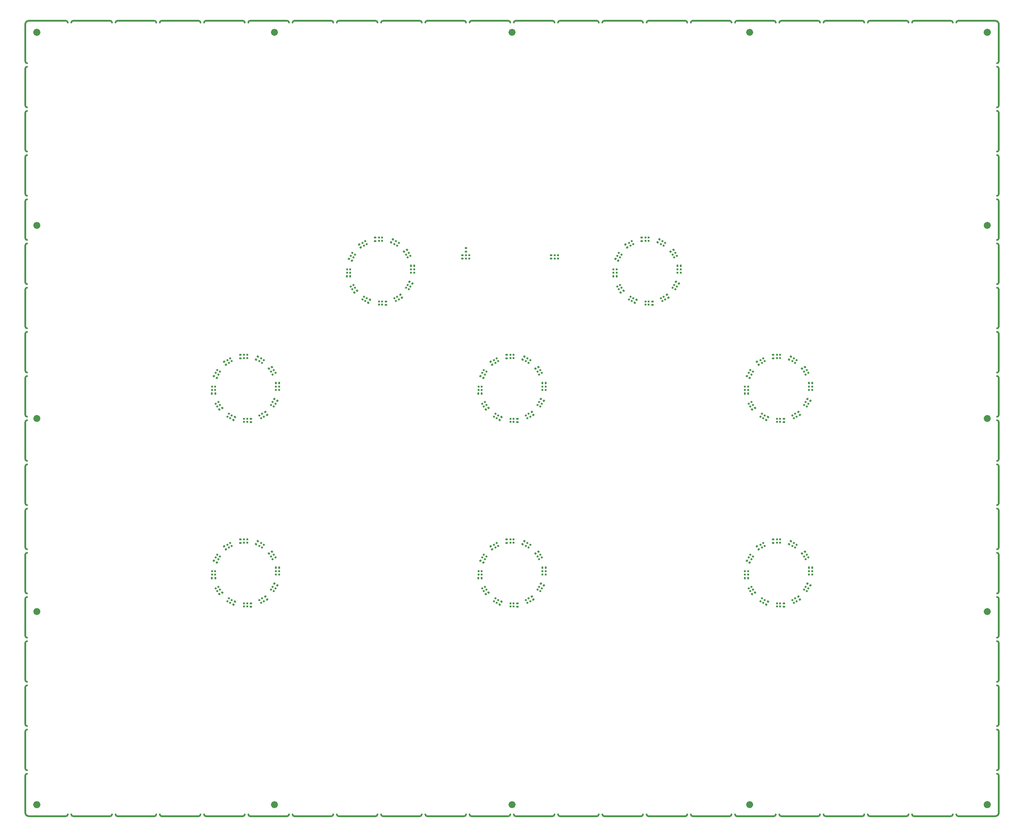
<source format=gtp>
G04 #@! TF.GenerationSoftware,KiCad,Pcbnew,8.0.4+1*
G04 #@! TF.CreationDate,2024-10-06T14:58:52+00:00*
G04 #@! TF.ProjectId,stencil,7374656e-6369-46c2-9e6b-696361645f70,0.0.0-RC1*
G04 #@! TF.SameCoordinates,Original*
G04 #@! TF.FileFunction,Paste,Top*
G04 #@! TF.FilePolarity,Positive*
%FSLAX46Y46*%
G04 Gerber Fmt 4.6, Leading zero omitted, Abs format (unit mm)*
G04 Created by KiCad (PCBNEW 8.0.4+1) date 2024-10-06 14:58:52*
%MOMM*%
%LPD*%
G01*
G04 APERTURE LIST*
G04 Aperture macros list*
%AMRoundRect*
0 Rectangle with rounded corners*
0 $1 Rounding radius*
0 $2 $3 $4 $5 $6 $7 $8 $9 X,Y pos of 4 corners*
0 Add a 4 corners polygon primitive as box body*
4,1,4,$2,$3,$4,$5,$6,$7,$8,$9,$2,$3,0*
0 Add four circle primitives for the rounded corners*
1,1,$1+$1,$2,$3*
1,1,$1+$1,$4,$5*
1,1,$1+$1,$6,$7*
1,1,$1+$1,$8,$9*
0 Add four rect primitives between the rounded corners*
20,1,$1+$1,$2,$3,$4,$5,0*
20,1,$1+$1,$4,$5,$6,$7,0*
20,1,$1+$1,$6,$7,$8,$9,0*
20,1,$1+$1,$8,$9,$2,$3,0*%
%AMRotRect*
0 Rectangle, with rotation*
0 The origin of the aperture is its center*
0 $1 length*
0 $2 width*
0 $3 Rotation angle, in degrees counterclockwise*
0 Add horizontal line*
21,1,$1,$2,0,0,$3*%
G04 Aperture macros list end*
%ADD10C,0.500000*%
%ADD11C,1.000000*%
%ADD12C,1.050000*%
%ADD13RoundRect,0.140000X-0.217224X0.036244X-0.077224X-0.206244X0.217224X-0.036244X0.077224X0.206244X0*%
%ADD14RoundRect,0.140000X0.140000X0.170000X-0.140000X0.170000X-0.140000X-0.170000X0.140000X-0.170000X0*%
%ADD15RotRect,0.500000X0.500000X120.000000*%
%ADD16R,0.500000X0.500000*%
%ADD17RoundRect,0.140000X-0.170000X0.140000X-0.170000X-0.140000X0.170000X-0.140000X0.170000X0.140000X0*%
%ADD18RoundRect,0.140000X-0.036244X-0.217224X0.206244X-0.077224X0.036244X0.217224X-0.206244X0.077224X0*%
%ADD19RotRect,0.500000X0.500000X150.000000*%
%ADD20RotRect,0.500000X0.500000X210.000000*%
%ADD21RotRect,0.500000X0.500000X330.000000*%
%ADD22RotRect,0.500000X0.500000X240.000000*%
%ADD23RoundRect,0.140000X-0.140000X-0.170000X0.140000X-0.170000X0.140000X0.170000X-0.140000X0.170000X0*%
%ADD24RoundRect,0.140000X-0.206244X-0.077224X0.036244X-0.217224X0.206244X0.077224X-0.036244X0.217224X0*%
%ADD25RotRect,0.500000X0.500000X30.000000*%
%ADD26RoundRect,0.140000X0.036244X0.217224X-0.206244X0.077224X-0.036244X-0.217224X0.206244X-0.077224X0*%
%ADD27RotRect,0.500000X0.500000X300.000000*%
%ADD28RoundRect,0.140000X0.217224X-0.036244X0.077224X0.206244X-0.217224X0.036244X-0.077224X-0.206244X0*%
%ADD29RoundRect,0.140000X-0.077224X0.206244X-0.217224X-0.036244X0.077224X-0.206244X0.217224X0.036244X0*%
%ADD30RotRect,0.500000X0.500000X60.000000*%
%ADD31RoundRect,0.140000X0.206244X0.077224X-0.036244X0.217224X-0.206244X-0.077224X0.036244X-0.217224X0*%
%ADD32RoundRect,0.140000X0.077224X-0.206244X0.217224X0.036244X-0.077224X0.206244X-0.217224X-0.036244X0*%
%ADD33RoundRect,0.140000X0.170000X-0.140000X0.170000X0.140000X-0.170000X0.140000X-0.170000X-0.140000X0*%
%ADD34RoundRect,0.135000X-0.185000X0.135000X-0.185000X-0.135000X0.185000X-0.135000X0.185000X0.135000X0*%
G04 APERTURE END LIST*
D10*
X98954540Y-56000000D02*
G75*
G02*
X98454540Y-56500040I-500040J0D01*
G01*
X212545445Y-56500000D02*
G75*
G02*
X212045400Y-56000000I-45J500000D01*
G01*
X-24090910Y-56500000D02*
G75*
G02*
X-24590910Y-56000000I1J500001D01*
G01*
X136318175Y-56000000D02*
G75*
G02*
X135818175Y-56499975I-499975J0D01*
G01*
X86499995Y-56000000D02*
G75*
G02*
X85999995Y-56499995I-499995J0D01*
G01*
X63090905Y167500000D02*
X73545450Y167500000D01*
X-49500000Y143111112D02*
G75*
G02*
X-50000000Y143611112I1J500001D01*
G01*
X-50000000Y104277780D02*
G75*
G02*
X-49500000Y104777780I500001J-1D01*
G01*
D11*
X20625000Y164250000D02*
G75*
G02*
X19625000Y164250000I-500000J0D01*
G01*
X19625000Y164250000D02*
G75*
G02*
X20625000Y164250000I500000J0D01*
G01*
D10*
X-50000000Y-45055548D02*
X-50000000Y-55499992D01*
X187136355Y167000000D02*
G75*
G02*
X187636355Y167500045I500045J0D01*
G01*
X112909085Y-56500000D02*
X123363630Y-56500000D01*
X-49000000Y-56500000D02*
G75*
G02*
X-50000000Y-55500000I-1J999999D01*
G01*
X818180Y167500000D02*
X11272725Y167500000D01*
X100454540Y-56500000D02*
G75*
G02*
X99954500Y-56000000I-40J500000D01*
G01*
X148272720Y167500000D02*
G75*
G02*
X148772700Y167000000I-20J-500000D01*
G01*
X223500000Y5222228D02*
G75*
G02*
X224000028Y4722228I0J-500028D01*
G01*
X-49500000Y-31111104D02*
G75*
G02*
X-50000000Y-30611104I1J500001D01*
G01*
X63090905Y-56500000D02*
G75*
G02*
X62590900Y-56000000I-5J500000D01*
G01*
D11*
X-46250000Y1125000D02*
G75*
G02*
X-47250000Y1125000I-500000J0D01*
G01*
X-47250000Y1125000D02*
G75*
G02*
X-46250000Y1125000I500000J0D01*
G01*
D10*
X187636355Y167500000D02*
X198090900Y167500000D01*
D11*
X87500000Y-53250000D02*
G75*
G02*
X86500000Y-53250000I-500000J0D01*
G01*
X86500000Y-53250000D02*
G75*
G02*
X87500000Y-53250000I500000J0D01*
G01*
D10*
X-50000000Y154055556D02*
X-50000000Y143611112D01*
X224000000Y79388892D02*
X224000000Y68944448D01*
X224000000Y-45055548D02*
X224000000Y-55499992D01*
X150272720Y-56500000D02*
X160727265Y-56500000D01*
X-49500000Y6222228D02*
G75*
G02*
X-50000000Y6722228I1J500001D01*
G01*
X223500000Y154555556D02*
G75*
G02*
X223999956Y154055556I0J-499956D01*
G01*
X224000000Y-43055548D02*
G75*
G02*
X223500000Y-43555500I-500000J48D01*
G01*
X224000000Y143611112D02*
G75*
G02*
X223500000Y143111100I-500000J-12D01*
G01*
X173681810Y-56000000D02*
G75*
G02*
X173181810Y-56500010I-500010J0D01*
G01*
X149772720Y167000000D02*
G75*
G02*
X150272720Y167499980I499980J0D01*
G01*
X-681820Y-56000000D02*
G75*
G02*
X-1181820Y-56499980I-499980J0D01*
G01*
X13272725Y-56500000D02*
X23727270Y-56500000D01*
X223500000Y79888892D02*
G75*
G02*
X223999992Y79388892I0J-499992D01*
G01*
X224000000Y81388892D02*
G75*
G02*
X223500000Y80888900I-500000J8D01*
G01*
X123363630Y167500000D02*
G75*
G02*
X123863600Y167000000I-30J-500000D01*
G01*
X49136360Y-56000000D02*
G75*
G02*
X48636360Y-56499960I-499960J0D01*
G01*
X-49500000Y93333336D02*
G75*
G02*
X-50000000Y93833336I1J500001D01*
G01*
X25727270Y167500000D02*
X36181815Y167500000D01*
X224000000Y104277780D02*
X224000000Y93833336D01*
X200090900Y167500000D02*
X210545445Y167500000D01*
X224000000Y42055560D02*
X224000000Y31611116D01*
X224000000Y31611116D02*
G75*
G02*
X223500000Y31111100I-500000J-16D01*
G01*
X318180Y167000000D02*
G75*
G02*
X818180Y167500020I500020J0D01*
G01*
X223500000Y-19666660D02*
G75*
G02*
X224000040Y-20166660I0J-500040D01*
G01*
X223500000Y67444448D02*
G75*
G02*
X224000048Y66944448I0J-500048D01*
G01*
X125363630Y-56500000D02*
X135818175Y-56500000D01*
X-50000000Y-45055548D02*
G75*
G02*
X-49500000Y-44555548I500001J-1D01*
G01*
X224000000Y91833336D02*
X224000000Y81388892D01*
X162727265Y-56500000D02*
G75*
G02*
X162227300Y-56000000I35J500000D01*
G01*
X13272725Y-56500000D02*
G75*
G02*
X12772700Y-56000000I-25J500000D01*
G01*
X223500000Y55000004D02*
G75*
G02*
X224000004Y54500004I0J-500004D01*
G01*
X-12136365Y167000000D02*
G75*
G02*
X-11636365Y167499965I499965J0D01*
G01*
X224000000Y44055560D02*
G75*
G02*
X223500000Y43555600I-500000J40D01*
G01*
D12*
X221275000Y-53250000D02*
G75*
G02*
X220225000Y-53250000I-525000J0D01*
G01*
X220225000Y-53250000D02*
G75*
G02*
X221275000Y-53250000I525000J0D01*
G01*
D10*
X61590905Y-56000000D02*
G75*
G02*
X61090905Y-56500005I-500005J0D01*
G01*
X150272720Y-56500000D02*
G75*
G02*
X149772700Y-56000000I-20J500000D01*
G01*
X-50000000Y17166672D02*
G75*
G02*
X-49500000Y17666672I500001J-1D01*
G01*
X-50000000Y116722224D02*
G75*
G02*
X-49500000Y117222224I500001J-1D01*
G01*
X112409085Y167000000D02*
G75*
G02*
X112909085Y167500015I500015J0D01*
G01*
X100454540Y167500000D02*
X110909085Y167500000D01*
X-26090910Y167500000D02*
G75*
G02*
X-25590910Y167000000I-1J-500001D01*
G01*
X-50000000Y91833336D02*
G75*
G02*
X-49500000Y92333336I500001J-1D01*
G01*
X223500000Y-7222216D02*
G75*
G02*
X223999984Y-7722216I0J-499984D01*
G01*
X224000000Y116722224D02*
X224000000Y106277780D01*
X23727270Y167500000D02*
G75*
G02*
X24227300Y167000000I30J-500000D01*
G01*
X224000000Y141611112D02*
X224000000Y131166668D01*
D12*
X221275000Y164250000D02*
G75*
G02*
X220225000Y164250000I-525000J0D01*
G01*
X220225000Y164250000D02*
G75*
G02*
X221275000Y164250000I525000J0D01*
G01*
D10*
X224000000Y-7722216D02*
X224000000Y-18166660D01*
X224000000Y17166672D02*
X224000000Y6722228D01*
X187636355Y-56500000D02*
G75*
G02*
X187136400Y-56000000I45J500000D01*
G01*
X162227265Y167000000D02*
G75*
G02*
X162727265Y167500035I500035J0D01*
G01*
X161227265Y-56000000D02*
G75*
G02*
X160727265Y-56499965I-499965J0D01*
G01*
D11*
X221250000Y1125000D02*
G75*
G02*
X220250000Y1125000I-500000J0D01*
G01*
X220250000Y1125000D02*
G75*
G02*
X221250000Y1125000I500000J0D01*
G01*
D10*
X-24590910Y167000000D02*
G75*
G02*
X-24090910Y167500000I500001J-1D01*
G01*
X-50000000Y141611112D02*
X-50000000Y131166668D01*
X224000000Y131166668D02*
G75*
G02*
X223500000Y130666700I-500000J32D01*
G01*
X-50000000Y66944448D02*
G75*
G02*
X-49500000Y67444448I500001J-1D01*
G01*
X224000000Y154055556D02*
X224000000Y143611112D01*
X-50000000Y-32611104D02*
G75*
G02*
X-49500000Y-32111104I500001J-1D01*
G01*
X75545450Y-56500000D02*
X85999995Y-56500000D01*
X-49500000Y31111116D02*
G75*
G02*
X-50000000Y31611116I1J500001D01*
G01*
D11*
X154375000Y-53250000D02*
G75*
G02*
X153375000Y-53250000I-500000J0D01*
G01*
X153375000Y-53250000D02*
G75*
G02*
X154375000Y-53250000I500000J0D01*
G01*
D10*
X224000000Y19166672D02*
G75*
G02*
X223500000Y18666700I-500000J28D01*
G01*
X85999995Y167500000D02*
G75*
G02*
X86500000Y167000000I5J-500000D01*
G01*
D11*
X20625000Y-53250000D02*
G75*
G02*
X19625000Y-53250000I-500000J0D01*
G01*
X19625000Y-53250000D02*
G75*
G02*
X20625000Y-53250000I500000J0D01*
G01*
D10*
X36681815Y-56000000D02*
G75*
G02*
X36181815Y-56500015I-500015J0D01*
G01*
X-50000000Y-32611104D02*
X-50000000Y-43055548D01*
X-49500000Y56000004D02*
G75*
G02*
X-50000000Y56500004I1J500001D01*
G01*
X99954540Y167000000D02*
G75*
G02*
X100454540Y167499960I499960J0D01*
G01*
X-49500000Y-6222216D02*
G75*
G02*
X-50000000Y-5722216I1J500001D01*
G01*
X50636360Y-56500000D02*
G75*
G02*
X50136400Y-56000000I40J500000D01*
G01*
X224000000Y106277780D02*
G75*
G02*
X223500000Y105777800I-500000J20D01*
G01*
X50636360Y-56500000D02*
X61090905Y-56500000D01*
X186136355Y-56000000D02*
G75*
G02*
X185636355Y-56499955I-499955J0D01*
G01*
X75545450Y-56500000D02*
G75*
G02*
X75045500Y-56000000I50J500000D01*
G01*
X-24090910Y167500000D02*
X-13636365Y167500000D01*
X-50000000Y-20166660D02*
G75*
G02*
X-49500000Y-19666660I500001J-1D01*
G01*
X224000000Y118722224D02*
G75*
G02*
X223500000Y118222200I-500000J-24D01*
G01*
X223500000Y17666672D02*
G75*
G02*
X223999972Y17166672I0J-499972D01*
G01*
X25727270Y-56500000D02*
G75*
G02*
X25227300Y-56000000I30J500000D01*
G01*
X-1181820Y167500000D02*
G75*
G02*
X-681800Y167000000I20J-500000D01*
G01*
X87999995Y167500000D02*
X98454540Y167500000D01*
X-50000000Y-7722216D02*
X-50000000Y-18166660D01*
X-11636365Y-56500000D02*
X-1181820Y-56500000D01*
X125363630Y167500000D02*
X135818175Y167500000D01*
X818180Y-56500000D02*
X11272725Y-56500000D01*
X37681815Y167000000D02*
G75*
G02*
X38181815Y167499985I499985J0D01*
G01*
X-37045455Y167000000D02*
G75*
G02*
X-36545455Y167500000I500001J-1D01*
G01*
X12772725Y167000000D02*
G75*
G02*
X13272725Y167499975I499975J0D01*
G01*
X87499995Y167000000D02*
G75*
G02*
X87999995Y167500005I500005J0D01*
G01*
X224000000Y-5722216D02*
G75*
G02*
X223500000Y-6222200I-500000J16D01*
G01*
X173181810Y167500000D02*
G75*
G02*
X173681800Y167000000I-10J-500000D01*
G01*
X224000000Y156055556D02*
G75*
G02*
X223500000Y155555600I-500000J44D01*
G01*
X212545445Y-56500000D02*
X222999990Y-56500000D01*
X-49500000Y80888892D02*
G75*
G02*
X-50000000Y81388892I1J500001D01*
G01*
D11*
X221250000Y109875000D02*
G75*
G02*
X220250000Y109875000I-500000J0D01*
G01*
X220250000Y109875000D02*
G75*
G02*
X221250000Y109875000I500000J0D01*
G01*
D10*
X123863630Y-56000000D02*
G75*
G02*
X123363630Y-56500030I-500030J0D01*
G01*
X-50000000Y4722228D02*
G75*
G02*
X-49500000Y5222228I500001J-1D01*
G01*
X224000000Y6722228D02*
G75*
G02*
X223500000Y6222200I-500000J-28D01*
G01*
X63090905Y-56500000D02*
X73545450Y-56500000D01*
X-49000000Y-56500000D02*
X-38545455Y-56500000D01*
X-50000000Y54500004D02*
X-50000000Y44055560D01*
X224000000Y129166668D02*
X224000000Y118722224D01*
X125363630Y-56500000D02*
G75*
G02*
X124863600Y-56000000I-30J500000D01*
G01*
X50636360Y167500000D02*
X61090905Y167500000D01*
X75545450Y167500000D02*
X85999995Y167500000D01*
X38181815Y-56500000D02*
G75*
G02*
X37681800Y-56000000I-15J500000D01*
G01*
X-50000000Y42055560D02*
G75*
G02*
X-49500000Y42555560I500001J-1D01*
G01*
X137818175Y-56500000D02*
X148272720Y-56500000D01*
X211045445Y-56000000D02*
G75*
G02*
X210545445Y-56500045I-500045J0D01*
G01*
D11*
X221250000Y55500000D02*
G75*
G02*
X220250000Y55500000I-500000J0D01*
G01*
X220250000Y55500000D02*
G75*
G02*
X221250000Y55500000I500000J0D01*
G01*
D10*
X199590900Y167000000D02*
G75*
G02*
X200090900Y167500000I500000J0D01*
G01*
X135818175Y167500000D02*
G75*
G02*
X136318200Y167000000I25J-500000D01*
G01*
X98454540Y167500000D02*
G75*
G02*
X98954500Y167000000I-40J-500000D01*
G01*
X187636355Y-56500000D02*
X198090900Y-56500000D01*
X224000000Y-30611104D02*
G75*
G02*
X223500000Y-31111100I-500000J4D01*
G01*
D12*
X-46225000Y-53250000D02*
G75*
G02*
X-47275000Y-53250000I-525000J0D01*
G01*
X-47275000Y-53250000D02*
G75*
G02*
X-46225000Y-53250000I525000J0D01*
G01*
D10*
X-25590910Y-56000000D02*
G75*
G02*
X-26090910Y-56500000I-500001J1D01*
G01*
D11*
X-46250000Y109875000D02*
G75*
G02*
X-47250000Y109875000I-500000J0D01*
G01*
X-47250000Y109875000D02*
G75*
G02*
X-46250000Y109875000I500000J0D01*
G01*
D10*
X-49000000Y167500000D02*
X-38545455Y167500000D01*
X-50000000Y-20166660D02*
X-50000000Y-30611104D01*
X25727270Y-56500000D02*
X36181815Y-56500000D01*
X112909085Y167500000D02*
X123363630Y167500000D01*
X-36545455Y-56500000D02*
X-26090910Y-56500000D01*
X224000000Y29611116D02*
X224000000Y19166672D01*
X11772725Y-56000000D02*
G75*
G02*
X11272725Y-56500025I-500025J0D01*
G01*
X124863630Y167000000D02*
G75*
G02*
X125363630Y167499970I499970J0D01*
G01*
X223500000Y-32111104D02*
G75*
G02*
X223999996Y-32611104I0J-499996D01*
G01*
X-50000000Y166500000D02*
G75*
G02*
X-49000000Y167500000I999999J1D01*
G01*
X150272720Y167500000D02*
X160727265Y167500000D01*
X74045450Y-56000000D02*
G75*
G02*
X73545450Y-56500050I-500050J0D01*
G01*
X-50000000Y154055556D02*
G75*
G02*
X-49500000Y154555556I500001J-1D01*
G01*
X-49500000Y-18666660D02*
G75*
G02*
X-50000000Y-18166660I1J500001D01*
G01*
X-24090910Y-56500000D02*
X-13636365Y-56500000D01*
X-50000000Y116722224D02*
X-50000000Y106277780D01*
X-13636365Y167500000D02*
G75*
G02*
X-13136400Y167000000I-35J-500000D01*
G01*
X-49500000Y18666672D02*
G75*
G02*
X-50000000Y19166672I1J500001D01*
G01*
X223500000Y-44555548D02*
G75*
G02*
X223999952Y-45055548I0J-499952D01*
G01*
X-50000000Y42055560D02*
X-50000000Y31611116D01*
X24227270Y-56000000D02*
G75*
G02*
X23727270Y-56499970I-499970J0D01*
G01*
X-11636365Y167500000D02*
X-1181820Y167500000D01*
X224000000Y56500004D02*
G75*
G02*
X223500000Y56000000I-500000J-4D01*
G01*
X224000000Y4722228D02*
X224000000Y-5722216D01*
X48636360Y167500000D02*
G75*
G02*
X49136400Y167000000I40J-500000D01*
G01*
X-50000000Y104277780D02*
X-50000000Y93833336D01*
X174681810Y167000000D02*
G75*
G02*
X175181810Y167499990I499990J0D01*
G01*
X198090900Y167500000D02*
G75*
G02*
X198590900Y167000000I0J-500000D01*
G01*
X223000000Y167500000D02*
G75*
G02*
X224000000Y166500000I0J-1000000D01*
G01*
X-50000000Y79388892D02*
X-50000000Y68944448D01*
X224000000Y93833336D02*
G75*
G02*
X223500000Y93333300I-500000J-36D01*
G01*
X62590905Y167000000D02*
G75*
G02*
X63090905Y167499995I499995J0D01*
G01*
X61090905Y167500000D02*
G75*
G02*
X61590900Y167000000I-5J-500000D01*
G01*
X-50000000Y79388892D02*
G75*
G02*
X-49500000Y79888892I500001J-1D01*
G01*
X11272725Y167500000D02*
G75*
G02*
X11772700Y167000000I-25J-500000D01*
G01*
X223500000Y42555560D02*
G75*
G02*
X223999960Y42055560I0J-499960D01*
G01*
X160727265Y167500000D02*
G75*
G02*
X161227300Y167000000I35J-500000D01*
G01*
D11*
X154375000Y164250000D02*
G75*
G02*
X153375000Y164250000I-500000J0D01*
G01*
X153375000Y164250000D02*
G75*
G02*
X154375000Y164250000I500000J0D01*
G01*
D10*
X36181815Y167500000D02*
G75*
G02*
X36681800Y167000000I-15J-500000D01*
G01*
X212545445Y167500000D02*
X222999990Y167500000D01*
X-50000000Y91833336D02*
X-50000000Y81388892D01*
X-49500000Y130666668D02*
G75*
G02*
X-50000000Y131166668I1J500001D01*
G01*
X200090900Y-56500000D02*
X210545445Y-56500000D01*
X185636355Y167500000D02*
G75*
G02*
X186136400Y167000000I45J-500000D01*
G01*
X-38545455Y167500000D02*
G75*
G02*
X-38045455Y167000000I-1J-500001D01*
G01*
X224000000Y66944448D02*
X224000000Y56500004D01*
X162727265Y-56500000D02*
X173181810Y-56500000D01*
D11*
X87500000Y164250000D02*
G75*
G02*
X86500000Y164250000I-500000J0D01*
G01*
X86500000Y164250000D02*
G75*
G02*
X87500000Y164250000I500000J0D01*
G01*
D10*
X223500000Y129666668D02*
G75*
G02*
X223999968Y129166668I0J-499968D01*
G01*
X100454540Y-56500000D02*
X110909085Y-56500000D01*
X-36545455Y167500000D02*
X-26090910Y167500000D01*
X87999995Y-56500000D02*
X98454540Y-56500000D01*
X223500000Y92333336D02*
G75*
G02*
X224000036Y91833336I0J-500036D01*
G01*
X-49500000Y-43555548D02*
G75*
G02*
X-50000000Y-43055548I1J500001D01*
G01*
X-49500000Y118222224D02*
G75*
G02*
X-50000000Y118722224I1J500001D01*
G01*
X73545450Y167500000D02*
G75*
G02*
X74045400Y167000000I-50J-500000D01*
G01*
X-49500000Y68444448D02*
G75*
G02*
X-50000000Y68944448I1J500001D01*
G01*
X-13136365Y-56000000D02*
G75*
G02*
X-13636365Y-56500035I-500035J0D01*
G01*
X38181815Y-56500000D02*
X48636360Y-56500000D01*
X162727265Y167500000D02*
X173181810Y167500000D01*
X818180Y-56500000D02*
G75*
G02*
X318200Y-56000000I20J500000D01*
G01*
X-49500000Y43555560D02*
G75*
G02*
X-50000000Y44055560I1J500001D01*
G01*
X175181810Y167500000D02*
X185636355Y167500000D01*
X-50000000Y166500000D02*
X-50000000Y156055556D01*
X210545445Y167500000D02*
G75*
G02*
X211045400Y167000000I-45J-500000D01*
G01*
X224000000Y-55500000D02*
G75*
G02*
X223000000Y-56500000I-1000000J0D01*
G01*
X224000000Y68944448D02*
G75*
G02*
X223500000Y68444400I-500000J-48D01*
G01*
X111409085Y-56000000D02*
G75*
G02*
X110909085Y-56499985I-499985J0D01*
G01*
D12*
X-46225000Y164250000D02*
G75*
G02*
X-47275000Y164250000I-525000J0D01*
G01*
X-47275000Y164250000D02*
G75*
G02*
X-46225000Y164250000I525000J0D01*
G01*
D10*
X110909085Y167500000D02*
G75*
G02*
X111409100Y167000000I15J-500000D01*
G01*
X223500000Y117222224D02*
G75*
G02*
X224000024Y116722224I0J-500024D01*
G01*
X-50000000Y4722228D02*
X-50000000Y-5722216D01*
X50136360Y167000000D02*
G75*
G02*
X50636360Y167500040I500040J0D01*
G01*
X137818175Y-56500000D02*
G75*
G02*
X137318200Y-56000000I25J500000D01*
G01*
D11*
X-46250000Y55500000D02*
G75*
G02*
X-47250000Y55500000I-500000J0D01*
G01*
X-47250000Y55500000D02*
G75*
G02*
X-46250000Y55500000I500000J0D01*
G01*
D10*
X198590900Y-56000000D02*
G75*
G02*
X198090900Y-56500000I-500000J0D01*
G01*
X87999995Y-56500000D02*
G75*
G02*
X87500000Y-56000000I5J500000D01*
G01*
X-50000000Y17166672D02*
X-50000000Y6722228D01*
X175181810Y-56500000D02*
X185636355Y-56500000D01*
X223500000Y142111112D02*
G75*
G02*
X224000012Y141611112I0J-500012D01*
G01*
X175181810Y-56500000D02*
G75*
G02*
X174681800Y-56000000I-10J500000D01*
G01*
X224000000Y-20166660D02*
X224000000Y-30611104D01*
X112909085Y-56500000D02*
G75*
G02*
X112409100Y-56000000I15J500000D01*
G01*
X75045450Y167000000D02*
G75*
G02*
X75545450Y167500050I500050J0D01*
G01*
X-50000000Y54500004D02*
G75*
G02*
X-49500000Y55000004I500001J-1D01*
G01*
X13272725Y167500000D02*
X23727270Y167500000D01*
X-11636365Y-56500000D02*
G75*
G02*
X-12136400Y-56000000I-35J500000D01*
G01*
X223500000Y30111116D02*
G75*
G02*
X224000016Y29611116I0J-500016D01*
G01*
X224000000Y54500004D02*
X224000000Y44055560D01*
X-49500000Y105777780D02*
G75*
G02*
X-50000000Y106277780I1J500001D01*
G01*
X200090900Y-56500000D02*
G75*
G02*
X199590900Y-56000000I0J500000D01*
G01*
X137818175Y167500000D02*
X148272720Y167500000D01*
X224000000Y-18166660D02*
G75*
G02*
X223500000Y-18666700I-500000J-40D01*
G01*
X-36545455Y-56500000D02*
G75*
G02*
X-37045455Y-56000000I1J500001D01*
G01*
X25227270Y167000000D02*
G75*
G02*
X25727270Y167500030I500030J0D01*
G01*
X-50000000Y-7722216D02*
G75*
G02*
X-49500000Y-7222216I500001J-1D01*
G01*
X-50000000Y29611116D02*
G75*
G02*
X-49500000Y30111116I500001J-1D01*
G01*
X-50000000Y66944448D02*
X-50000000Y56500004D01*
X148772720Y-56000000D02*
G75*
G02*
X148272720Y-56500020I-500020J0D01*
G01*
X-50000000Y141611112D02*
G75*
G02*
X-49500000Y142111112I500001J-1D01*
G01*
X-38045455Y-56000000D02*
G75*
G02*
X-38545455Y-56500000I-500001J1D01*
G01*
X-50000000Y129166668D02*
X-50000000Y118722224D01*
X-49500000Y155555556D02*
G75*
G02*
X-50000000Y156055556I1J500001D01*
G01*
X223500000Y104777780D02*
G75*
G02*
X223999980Y104277780I0J-499980D01*
G01*
X38181815Y167500000D02*
X48636360Y167500000D01*
X-50000000Y129166668D02*
G75*
G02*
X-49500000Y129666668I500001J-1D01*
G01*
X212045445Y167000000D02*
G75*
G02*
X212545445Y167499955I499955J0D01*
G01*
X-50000000Y29611116D02*
X-50000000Y19166672D01*
X224000000Y-32611104D02*
X224000000Y-43055548D01*
X224000000Y166500000D02*
X224000000Y156055556D01*
X137318175Y167000000D02*
G75*
G02*
X137818175Y167500025I500025J0D01*
G01*
D13*
G04 #@! TO.C,C65*
X43950000Y104482959D03*
X44430000Y103651575D03*
G04 #@! TD*
D14*
G04 #@! TO.C,C49*
X96480000Y65470000D03*
X95520000Y65470000D03*
G04 #@! TD*
D15*
G04 #@! TO.C,D35*
X166335289Y3591060D03*
X167114711Y4041060D03*
X166664711Y4820482D03*
X165885289Y4370482D03*
G04 #@! TD*
G04 #@! TO.C,D83*
X16335289Y55591060D03*
X17114711Y56041060D03*
X16664711Y56820482D03*
X15885289Y56370482D03*
G04 #@! TD*
D16*
G04 #@! TO.C,D34*
X161550000Y2550000D03*
X162450000Y2550000D03*
X162450000Y3450000D03*
X161550000Y3450000D03*
G04 #@! TD*
D15*
G04 #@! TO.C,D11*
X129335289Y88591060D03*
X130114711Y89041060D03*
X129664711Y89820482D03*
X128885289Y89370482D03*
G04 #@! TD*
D16*
G04 #@! TO.C,D49*
X96450000Y63550000D03*
X96450000Y64450000D03*
X95550000Y64450000D03*
X95550000Y63550000D03*
G04 #@! TD*
D17*
G04 #@! TO.C,C4*
X123500000Y106420000D03*
X123500000Y105460000D03*
G04 #@! TD*
D18*
G04 #@! TO.C,C80*
X4584308Y58010000D03*
X5415692Y58490000D03*
G04 #@! TD*
D15*
G04 #@! TO.C,D59*
X91335289Y55591060D03*
X92114711Y56041060D03*
X91664711Y56820482D03*
X90885289Y56370482D03*
G04 #@! TD*
D18*
G04 #@! TO.C,C32*
X154584308Y6010000D03*
X155415692Y6490000D03*
G04 #@! TD*
D16*
G04 #@! TO.C,D73*
X21450000Y63550000D03*
X21450000Y64450000D03*
X20550000Y64450000D03*
X20550000Y63550000D03*
G04 #@! TD*
D13*
G04 #@! TO.C,C5*
X118950000Y104482959D03*
X119430000Y103651575D03*
G04 #@! TD*
D14*
G04 #@! TO.C,C13*
X171480000Y65470000D03*
X170520000Y65470000D03*
G04 #@! TD*
D19*
G04 #@! TO.C,D48*
X94958940Y6885289D03*
X95408940Y7664711D03*
X94629518Y8114711D03*
X94179518Y7335289D03*
G04 #@! TD*
D20*
G04 #@! TO.C,D86*
X20408940Y16335289D03*
X19958940Y17114711D03*
X19179518Y16664711D03*
X19629518Y15885289D03*
G04 #@! TD*
D16*
G04 #@! TO.C,D64*
X50450000Y106450000D03*
X49550000Y106450000D03*
X49550000Y105550000D03*
X50450000Y105550000D03*
G04 #@! TD*
D21*
G04 #@! TO.C,D54*
X79041060Y69114711D03*
X78591060Y68335289D03*
X79370482Y67885289D03*
X79820482Y68664711D03*
G04 #@! TD*
D16*
G04 #@! TO.C,D37*
X96450000Y11550000D03*
X96450000Y12450000D03*
X95550000Y12450000D03*
X95550000Y11550000D03*
G04 #@! TD*
G04 #@! TO.C,D1*
X134450000Y96550000D03*
X134450000Y97450000D03*
X133550000Y97450000D03*
X133550000Y96550000D03*
G04 #@! TD*
D22*
G04 #@! TO.C,D15*
X167114711Y71958940D03*
X166335289Y72408940D03*
X165885289Y71629518D03*
X166664711Y71179518D03*
G04 #@! TD*
D23*
G04 #@! TO.C,C31*
X152520000Y10500000D03*
X153480000Y10500000D03*
G04 #@! TD*
D16*
G04 #@! TO.C,D4*
X125450000Y106450000D03*
X124550000Y106450000D03*
X124550000Y105550000D03*
X125450000Y105550000D03*
G04 #@! TD*
D13*
G04 #@! TO.C,C17*
X155950000Y71482959D03*
X156430000Y70651575D03*
G04 #@! TD*
D16*
G04 #@! TO.C,D82*
X11550000Y54550000D03*
X12450000Y54550000D03*
X12450000Y55450000D03*
X11550000Y55450000D03*
G04 #@! TD*
D24*
G04 #@! TO.C,C78*
X3084308Y67440000D03*
X3915692Y66960000D03*
G04 #@! TD*
D19*
G04 #@! TO.C,D12*
X132958940Y91885289D03*
X133408940Y92664711D03*
X132629518Y93114711D03*
X132179518Y92335289D03*
G04 #@! TD*
D21*
G04 #@! TO.C,D42*
X79041060Y17114711D03*
X78591060Y16335289D03*
X79370482Y15885289D03*
X79820482Y16664711D03*
G04 #@! TD*
D25*
G04 #@! TO.C,D8*
X116591060Y92664711D03*
X117041060Y91885289D03*
X117820482Y92335289D03*
X117370482Y93114711D03*
G04 #@! TD*
D26*
G04 #@! TO.C,C38*
X94415692Y17990000D03*
X93584308Y17510000D03*
G04 #@! TD*
D16*
G04 #@! TO.C,D10*
X124550000Y87550000D03*
X125450000Y87550000D03*
X125450000Y88450000D03*
X124550000Y88450000D03*
G04 #@! TD*
D22*
G04 #@! TO.C,D39*
X92114711Y19958940D03*
X91335289Y20408940D03*
X90885289Y19629518D03*
X91664711Y19179518D03*
G04 #@! TD*
D16*
G04 #@! TO.C,D7*
X115550000Y97450000D03*
X115550000Y96550000D03*
X116450000Y96550000D03*
X116450000Y97450000D03*
G04 #@! TD*
D18*
G04 #@! TO.C,C20*
X154584308Y58010000D03*
X155415692Y58490000D03*
G04 #@! TD*
D21*
G04 #@! TO.C,D6*
X117041060Y102114711D03*
X116591060Y101335289D03*
X117370482Y100885289D03*
X117820482Y101664711D03*
G04 #@! TD*
D16*
G04 #@! TO.C,D16*
X162450000Y73450000D03*
X161550000Y73450000D03*
X161550000Y72550000D03*
X162450000Y72550000D03*
G04 #@! TD*
D27*
G04 #@! TO.C,D53*
X82664711Y72408940D03*
X81885289Y71958940D03*
X82335289Y71179518D03*
X83114711Y71629518D03*
G04 #@! TD*
D23*
G04 #@! TO.C,C19*
X152520000Y62500000D03*
X153480000Y62500000D03*
G04 #@! TD*
D15*
G04 #@! TO.C,D71*
X54335289Y88591060D03*
X55114711Y89041060D03*
X54664711Y89820482D03*
X53885289Y89370482D03*
G04 #@! TD*
D25*
G04 #@! TO.C,D92*
X3591060Y7664711D03*
X4041060Y6885289D03*
X4820482Y7335289D03*
X4370482Y8114711D03*
G04 #@! TD*
D28*
G04 #@! TO.C,C95*
X18040000Y4517041D03*
X17560000Y5348425D03*
G04 #@! TD*
D29*
G04 #@! TO.C,C27*
X165440000Y20915692D03*
X164960000Y20084308D03*
G04 #@! TD*
D16*
G04 #@! TO.C,D67*
X40550000Y97450000D03*
X40550000Y96550000D03*
X41450000Y96550000D03*
X41450000Y97450000D03*
G04 #@! TD*
D24*
G04 #@! TO.C,C66*
X41084308Y100440000D03*
X41915692Y99960000D03*
G04 #@! TD*
G04 #@! TO.C,C42*
X78084308Y15440000D03*
X78915692Y14960000D03*
G04 #@! TD*
D16*
G04 #@! TO.C,D22*
X161550000Y54550000D03*
X162450000Y54550000D03*
X162450000Y55450000D03*
X161550000Y55450000D03*
G04 #@! TD*
D20*
G04 #@! TO.C,D50*
X95408940Y68335289D03*
X94958940Y69114711D03*
X94179518Y68664711D03*
X94629518Y67885289D03*
G04 #@! TD*
D23*
G04 #@! TO.C,C7*
X115520000Y95500000D03*
X116480000Y95500000D03*
G04 #@! TD*
D17*
G04 #@! TO.C,C52*
X85500000Y73420000D03*
X85500000Y72460000D03*
G04 #@! TD*
D16*
G04 #@! TO.C,D94*
X11550000Y2550000D03*
X12450000Y2550000D03*
X12450000Y3450000D03*
X11550000Y3450000D03*
G04 #@! TD*
D15*
G04 #@! TO.C,D23*
X166335289Y55591060D03*
X167114711Y56041060D03*
X166664711Y56820482D03*
X165885289Y56370482D03*
G04 #@! TD*
D30*
G04 #@! TO.C,D21*
X156885289Y56041060D03*
X157664711Y55591060D03*
X158114711Y56370482D03*
X157335289Y56820482D03*
G04 #@! TD*
D16*
G04 #@! TO.C,D88*
X12450000Y21450000D03*
X11550000Y21450000D03*
X11550000Y20550000D03*
X12450000Y20550000D03*
G04 #@! TD*
D30*
G04 #@! TO.C,D45*
X81885289Y4041060D03*
X82664711Y3591060D03*
X83114711Y4370482D03*
X82335289Y4820482D03*
G04 #@! TD*
D14*
G04 #@! TO.C,C25*
X171480000Y13470000D03*
X170520000Y13470000D03*
G04 #@! TD*
G04 #@! TO.C,C73*
X21480000Y65470000D03*
X20520000Y65470000D03*
G04 #@! TD*
D31*
G04 #@! TO.C,C36*
X170965692Y8510000D03*
X170134308Y8990000D03*
G04 #@! TD*
D16*
G04 #@! TO.C,D13*
X171450000Y63550000D03*
X171450000Y64450000D03*
X170550000Y64450000D03*
X170550000Y63550000D03*
G04 #@! TD*
D32*
G04 #@! TO.C,C93*
X8560000Y3084308D03*
X9040000Y3915692D03*
G04 #@! TD*
G04 #@! TO.C,C21*
X158560000Y55084308D03*
X159040000Y55915692D03*
G04 #@! TD*
D15*
G04 #@! TO.C,D95*
X16335289Y3591060D03*
X17114711Y4041060D03*
X16664711Y4820482D03*
X15885289Y4370482D03*
G04 #@! TD*
D18*
G04 #@! TO.C,C8*
X117584308Y91010000D03*
X118415692Y91490000D03*
G04 #@! TD*
D19*
G04 #@! TO.C,D72*
X57958940Y91885289D03*
X58408940Y92664711D03*
X57629518Y93114711D03*
X57179518Y92335289D03*
G04 #@! TD*
D33*
G04 #@! TO.C,C97*
X73000000Y100520000D03*
X73000000Y101480000D03*
G04 #@! TD*
D26*
G04 #@! TO.C,C86*
X19415692Y17990000D03*
X18584308Y17510000D03*
G04 #@! TD*
D21*
G04 #@! TO.C,D18*
X154041060Y69114711D03*
X153591060Y68335289D03*
X154370482Y67885289D03*
X154820482Y68664711D03*
G04 #@! TD*
D16*
G04 #@! TO.C,D85*
X21450000Y11550000D03*
X21450000Y12450000D03*
X20550000Y12450000D03*
X20550000Y11550000D03*
G04 #@! TD*
D32*
G04 #@! TO.C,C9*
X121560000Y88084308D03*
X122040000Y88915692D03*
G04 #@! TD*
D16*
G04 #@! TO.C,D19*
X152550000Y64450000D03*
X152550000Y63550000D03*
X153450000Y63550000D03*
X153450000Y64450000D03*
G04 #@! TD*
D27*
G04 #@! TO.C,D65*
X45664711Y105408940D03*
X44885289Y104958940D03*
X45335289Y104179518D03*
X46114711Y104629518D03*
G04 #@! TD*
D21*
G04 #@! TO.C,D78*
X4041060Y69114711D03*
X3591060Y68335289D03*
X4370482Y67885289D03*
X4820482Y68664711D03*
G04 #@! TD*
D16*
G04 #@! TO.C,D46*
X86550000Y2550000D03*
X87450000Y2550000D03*
X87450000Y3450000D03*
X86550000Y3450000D03*
G04 #@! TD*
D24*
G04 #@! TO.C,C18*
X153084308Y67440000D03*
X153915692Y66960000D03*
G04 #@! TD*
D16*
G04 #@! TO.C,D58*
X86550000Y54550000D03*
X87450000Y54550000D03*
X87450000Y55450000D03*
X86550000Y55450000D03*
G04 #@! TD*
G04 #@! TO.C,D25*
X171450000Y11550000D03*
X171450000Y12450000D03*
X170550000Y12450000D03*
X170550000Y11550000D03*
G04 #@! TD*
G04 #@! TO.C,D70*
X49550000Y87550000D03*
X50450000Y87550000D03*
X50450000Y88450000D03*
X49550000Y88450000D03*
G04 #@! TD*
D31*
G04 #@! TO.C,C72*
X58965692Y93510000D03*
X58134308Y93990000D03*
G04 #@! TD*
D23*
G04 #@! TO.C,C55*
X77520000Y62500000D03*
X78480000Y62500000D03*
G04 #@! TD*
D29*
G04 #@! TO.C,C87*
X15440000Y20915692D03*
X14960000Y20084308D03*
G04 #@! TD*
D28*
G04 #@! TO.C,C11*
X131040000Y89517041D03*
X130560000Y90348425D03*
G04 #@! TD*
D26*
G04 #@! TO.C,C26*
X169415692Y17990000D03*
X168584308Y17510000D03*
G04 #@! TD*
D23*
G04 #@! TO.C,C43*
X77520000Y10500000D03*
X78480000Y10500000D03*
G04 #@! TD*
D27*
G04 #@! TO.C,D77*
X7664711Y72408940D03*
X6885289Y71958940D03*
X7335289Y71179518D03*
X8114711Y71629518D03*
G04 #@! TD*
D26*
G04 #@! TO.C,C74*
X19415692Y69990000D03*
X18584308Y69510000D03*
G04 #@! TD*
D17*
G04 #@! TO.C,C16*
X160500000Y73420000D03*
X160500000Y72460000D03*
G04 #@! TD*
D16*
G04 #@! TO.C,D31*
X152550000Y12450000D03*
X152550000Y11550000D03*
X153450000Y11550000D03*
X153450000Y12450000D03*
G04 #@! TD*
D29*
G04 #@! TO.C,C51*
X90440000Y72915692D03*
X89960000Y72084308D03*
G04 #@! TD*
D28*
G04 #@! TO.C,C59*
X93040000Y56517041D03*
X92560000Y57348425D03*
G04 #@! TD*
D27*
G04 #@! TO.C,D17*
X157664711Y72408940D03*
X156885289Y71958940D03*
X157335289Y71179518D03*
X158114711Y71629518D03*
G04 #@! TD*
D20*
G04 #@! TO.C,D74*
X20408940Y68335289D03*
X19958940Y69114711D03*
X19179518Y68664711D03*
X19629518Y67885289D03*
G04 #@! TD*
D22*
G04 #@! TO.C,D51*
X92114711Y71958940D03*
X91335289Y72408940D03*
X90885289Y71629518D03*
X91664711Y71179518D03*
G04 #@! TD*
D29*
G04 #@! TO.C,C39*
X90440000Y20915692D03*
X89960000Y20084308D03*
G04 #@! TD*
D14*
G04 #@! TO.C,C61*
X59480000Y98470000D03*
X58520000Y98470000D03*
G04 #@! TD*
D16*
G04 #@! TO.C,D28*
X162450000Y21450000D03*
X161550000Y21450000D03*
X161550000Y20550000D03*
X162450000Y20550000D03*
G04 #@! TD*
D24*
G04 #@! TO.C,C6*
X116084308Y100440000D03*
X116915692Y99960000D03*
G04 #@! TD*
D23*
G04 #@! TO.C,C79*
X2520000Y62500000D03*
X3480000Y62500000D03*
G04 #@! TD*
D16*
G04 #@! TO.C,D55*
X77550000Y64450000D03*
X77550000Y63550000D03*
X78450000Y63550000D03*
X78450000Y64450000D03*
G04 #@! TD*
D18*
G04 #@! TO.C,C44*
X79584308Y6010000D03*
X80415692Y6490000D03*
G04 #@! TD*
D33*
G04 #@! TO.C,C10*
X126500000Y87490000D03*
X126500000Y88450000D03*
G04 #@! TD*
D13*
G04 #@! TO.C,C29*
X155950000Y19482959D03*
X156430000Y18651575D03*
G04 #@! TD*
D20*
G04 #@! TO.C,D38*
X95408940Y16335289D03*
X94958940Y17114711D03*
X94179518Y16664711D03*
X94629518Y15885289D03*
G04 #@! TD*
D17*
G04 #@! TO.C,C76*
X10500000Y73420000D03*
X10500000Y72460000D03*
G04 #@! TD*
D29*
G04 #@! TO.C,C75*
X15440000Y72915692D03*
X14960000Y72084308D03*
G04 #@! TD*
D17*
G04 #@! TO.C,C40*
X85500000Y21420000D03*
X85500000Y20460000D03*
G04 #@! TD*
D26*
G04 #@! TO.C,C62*
X57415692Y102990000D03*
X56584308Y102510000D03*
G04 #@! TD*
D28*
G04 #@! TO.C,C83*
X18040000Y56517041D03*
X17560000Y57348425D03*
G04 #@! TD*
D22*
G04 #@! TO.C,D75*
X17114711Y71958940D03*
X16335289Y72408940D03*
X15885289Y71629518D03*
X16664711Y71179518D03*
G04 #@! TD*
D21*
G04 #@! TO.C,D66*
X42041060Y102114711D03*
X41591060Y101335289D03*
X42370482Y100885289D03*
X42820482Y101664711D03*
G04 #@! TD*
D24*
G04 #@! TO.C,C90*
X3084308Y15440000D03*
X3915692Y14960000D03*
G04 #@! TD*
D17*
G04 #@! TO.C,C88*
X10500000Y21420000D03*
X10500000Y20460000D03*
G04 #@! TD*
D21*
G04 #@! TO.C,D30*
X154041060Y17114711D03*
X153591060Y16335289D03*
X154370482Y15885289D03*
X154820482Y16664711D03*
G04 #@! TD*
D31*
G04 #@! TO.C,C60*
X95965692Y60510000D03*
X95134308Y60990000D03*
G04 #@! TD*
D25*
G04 #@! TO.C,D56*
X78591060Y59664711D03*
X79041060Y58885289D03*
X79820482Y59335289D03*
X79370482Y60114711D03*
G04 #@! TD*
D20*
G04 #@! TO.C,D26*
X170408940Y16335289D03*
X169958940Y17114711D03*
X169179518Y16664711D03*
X169629518Y15885289D03*
G04 #@! TD*
D25*
G04 #@! TO.C,D44*
X78591060Y7664711D03*
X79041060Y6885289D03*
X79820482Y7335289D03*
X79370482Y8114711D03*
G04 #@! TD*
D21*
G04 #@! TO.C,D90*
X4041060Y17114711D03*
X3591060Y16335289D03*
X4370482Y15885289D03*
X4820482Y16664711D03*
G04 #@! TD*
D31*
G04 #@! TO.C,C48*
X95965692Y8510000D03*
X95134308Y8990000D03*
G04 #@! TD*
D16*
G04 #@! TO.C,D61*
X59450000Y96550000D03*
X59450000Y97450000D03*
X58550000Y97450000D03*
X58550000Y96550000D03*
G04 #@! TD*
D20*
G04 #@! TO.C,D2*
X133408940Y101335289D03*
X132958940Y102114711D03*
X132179518Y101664711D03*
X132629518Y100885289D03*
G04 #@! TD*
D22*
G04 #@! TO.C,D87*
X17114711Y19958940D03*
X16335289Y20408940D03*
X15885289Y19629518D03*
X16664711Y19179518D03*
G04 #@! TD*
D19*
G04 #@! TO.C,D60*
X94958940Y58885289D03*
X95408940Y59664711D03*
X94629518Y60114711D03*
X94179518Y59335289D03*
G04 #@! TD*
D25*
G04 #@! TO.C,D20*
X153591060Y59664711D03*
X154041060Y58885289D03*
X154820482Y59335289D03*
X154370482Y60114711D03*
G04 #@! TD*
D14*
G04 #@! TO.C,C1*
X134480000Y98470000D03*
X133520000Y98470000D03*
G04 #@! TD*
D26*
G04 #@! TO.C,C2*
X132415692Y102990000D03*
X131584308Y102510000D03*
G04 #@! TD*
D33*
G04 #@! TO.C,C82*
X13500000Y54490000D03*
X13500000Y55450000D03*
G04 #@! TD*
D16*
G04 #@! TO.C,D97*
X74050000Y101450000D03*
X74050000Y100550000D03*
X74950000Y100550000D03*
X74950000Y101450000D03*
G04 #@! TD*
D27*
G04 #@! TO.C,D5*
X120664711Y105408940D03*
X119885289Y104958940D03*
X120335289Y104179518D03*
X121114711Y104629518D03*
G04 #@! TD*
G04 #@! TO.C,D41*
X82664711Y20408940D03*
X81885289Y19958940D03*
X82335289Y19179518D03*
X83114711Y19629518D03*
G04 #@! TD*
D24*
G04 #@! TO.C,C54*
X78084308Y67440000D03*
X78915692Y66960000D03*
G04 #@! TD*
D19*
G04 #@! TO.C,D84*
X19958940Y58885289D03*
X20408940Y59664711D03*
X19629518Y60114711D03*
X19179518Y59335289D03*
G04 #@! TD*
D17*
G04 #@! TO.C,C28*
X160500000Y21420000D03*
X160500000Y20460000D03*
G04 #@! TD*
D16*
G04 #@! TO.C,D52*
X87450000Y73450000D03*
X86550000Y73450000D03*
X86550000Y72550000D03*
X87450000Y72550000D03*
G04 #@! TD*
D19*
G04 #@! TO.C,D24*
X169958940Y58885289D03*
X170408940Y59664711D03*
X169629518Y60114711D03*
X169179518Y59335289D03*
G04 #@! TD*
D33*
G04 #@! TO.C,C58*
X88500000Y54490000D03*
X88500000Y55450000D03*
G04 #@! TD*
D16*
G04 #@! TO.C,D91*
X2550000Y12450000D03*
X2550000Y11550000D03*
X3450000Y11550000D03*
X3450000Y12450000D03*
G04 #@! TD*
D33*
G04 #@! TO.C,C94*
X13500000Y2490000D03*
X13500000Y3450000D03*
G04 #@! TD*
D34*
G04 #@! TO.C,R1*
X74000000Y103500000D03*
X74000000Y102480000D03*
G04 #@! TD*
D31*
G04 #@! TO.C,C12*
X133965692Y93510000D03*
X133134308Y93990000D03*
G04 #@! TD*
D30*
G04 #@! TO.C,D9*
X119885289Y89041060D03*
X120664711Y88591060D03*
X121114711Y89370482D03*
X120335289Y89820482D03*
G04 #@! TD*
D14*
G04 #@! TO.C,C37*
X96480000Y13470000D03*
X95520000Y13470000D03*
G04 #@! TD*
D29*
G04 #@! TO.C,C15*
X165440000Y72915692D03*
X164960000Y72084308D03*
G04 #@! TD*
D24*
G04 #@! TO.C,C30*
X153084308Y15440000D03*
X153915692Y14960000D03*
G04 #@! TD*
D31*
G04 #@! TO.C,C24*
X170965692Y60510000D03*
X170134308Y60990000D03*
G04 #@! TD*
D15*
G04 #@! TO.C,D47*
X91335289Y3591060D03*
X92114711Y4041060D03*
X91664711Y4820482D03*
X90885289Y4370482D03*
G04 #@! TD*
D16*
G04 #@! TO.C,D79*
X2550000Y64450000D03*
X2550000Y63550000D03*
X3450000Y63550000D03*
X3450000Y64450000D03*
G04 #@! TD*
D19*
G04 #@! TO.C,D36*
X169958940Y6885289D03*
X170408940Y7664711D03*
X169629518Y8114711D03*
X169179518Y7335289D03*
G04 #@! TD*
D22*
G04 #@! TO.C,D27*
X167114711Y19958940D03*
X166335289Y20408940D03*
X165885289Y19629518D03*
X166664711Y19179518D03*
G04 #@! TD*
D16*
G04 #@! TO.C,D76*
X12450000Y73450000D03*
X11550000Y73450000D03*
X11550000Y72550000D03*
X12450000Y72550000D03*
G04 #@! TD*
D23*
G04 #@! TO.C,C91*
X2520000Y10500000D03*
X3480000Y10500000D03*
G04 #@! TD*
D16*
G04 #@! TO.C,D40*
X87450000Y21450000D03*
X86550000Y21450000D03*
X86550000Y20550000D03*
X87450000Y20550000D03*
G04 #@! TD*
D33*
G04 #@! TO.C,C22*
X163500000Y54490000D03*
X163500000Y55450000D03*
G04 #@! TD*
D13*
G04 #@! TO.C,C77*
X5950000Y71482959D03*
X6430000Y70651575D03*
G04 #@! TD*
D28*
G04 #@! TO.C,C23*
X168040000Y56517041D03*
X167560000Y57348425D03*
G04 #@! TD*
G04 #@! TO.C,C71*
X56040000Y89517041D03*
X55560000Y90348425D03*
G04 #@! TD*
D16*
G04 #@! TO.C,D98*
X99050000Y101450000D03*
X99050000Y100550000D03*
X99950000Y100550000D03*
X99950000Y101450000D03*
G04 #@! TD*
D22*
G04 #@! TO.C,D63*
X55114711Y104958940D03*
X54335289Y105408940D03*
X53885289Y104629518D03*
X54664711Y104179518D03*
G04 #@! TD*
G04 #@! TO.C,D3*
X130114711Y104958940D03*
X129335289Y105408940D03*
X128885289Y104629518D03*
X129664711Y104179518D03*
G04 #@! TD*
D25*
G04 #@! TO.C,D32*
X153591060Y7664711D03*
X154041060Y6885289D03*
X154820482Y7335289D03*
X154370482Y8114711D03*
G04 #@! TD*
D18*
G04 #@! TO.C,C92*
X4584308Y6010000D03*
X5415692Y6490000D03*
G04 #@! TD*
D31*
G04 #@! TO.C,C96*
X20965692Y8510000D03*
X20134308Y8990000D03*
G04 #@! TD*
D25*
G04 #@! TO.C,D80*
X3591060Y59664711D03*
X4041060Y58885289D03*
X4820482Y59335289D03*
X4370482Y60114711D03*
G04 #@! TD*
D33*
G04 #@! TO.C,C70*
X51500000Y87490000D03*
X51500000Y88450000D03*
G04 #@! TD*
D30*
G04 #@! TO.C,D93*
X6885289Y4041060D03*
X7664711Y3591060D03*
X8114711Y4370482D03*
X7335289Y4820482D03*
G04 #@! TD*
D14*
G04 #@! TO.C,C85*
X21480000Y13470000D03*
X20520000Y13470000D03*
G04 #@! TD*
D18*
G04 #@! TO.C,C68*
X42584308Y91010000D03*
X43415692Y91490000D03*
G04 #@! TD*
D27*
G04 #@! TO.C,D89*
X7664711Y20408940D03*
X6885289Y19958940D03*
X7335289Y19179518D03*
X8114711Y19629518D03*
G04 #@! TD*
D13*
G04 #@! TO.C,C41*
X80950000Y19482959D03*
X81430000Y18651575D03*
G04 #@! TD*
D32*
G04 #@! TO.C,C45*
X83560000Y3084308D03*
X84040000Y3915692D03*
G04 #@! TD*
D20*
G04 #@! TO.C,D14*
X170408940Y68335289D03*
X169958940Y69114711D03*
X169179518Y68664711D03*
X169629518Y67885289D03*
G04 #@! TD*
D26*
G04 #@! TO.C,C50*
X94415692Y69990000D03*
X93584308Y69510000D03*
G04 #@! TD*
D20*
G04 #@! TO.C,D62*
X58408940Y101335289D03*
X57958940Y102114711D03*
X57179518Y101664711D03*
X57629518Y100885289D03*
G04 #@! TD*
D30*
G04 #@! TO.C,D33*
X156885289Y4041060D03*
X157664711Y3591060D03*
X158114711Y4370482D03*
X157335289Y4820482D03*
G04 #@! TD*
D32*
G04 #@! TO.C,C33*
X158560000Y3084308D03*
X159040000Y3915692D03*
G04 #@! TD*
D16*
G04 #@! TO.C,D43*
X77550000Y12450000D03*
X77550000Y11550000D03*
X78450000Y11550000D03*
X78450000Y12450000D03*
G04 #@! TD*
D33*
G04 #@! TO.C,C98*
X98000000Y100520000D03*
X98000000Y101480000D03*
G04 #@! TD*
D23*
G04 #@! TO.C,C67*
X40520000Y95500000D03*
X41480000Y95500000D03*
G04 #@! TD*
D29*
G04 #@! TO.C,C3*
X128440000Y105915692D03*
X127960000Y105084308D03*
G04 #@! TD*
D26*
G04 #@! TO.C,C14*
X169415692Y69990000D03*
X168584308Y69510000D03*
G04 #@! TD*
D28*
G04 #@! TO.C,C35*
X168040000Y4517041D03*
X167560000Y5348425D03*
G04 #@! TD*
D32*
G04 #@! TO.C,C57*
X83560000Y55084308D03*
X84040000Y55915692D03*
G04 #@! TD*
D33*
G04 #@! TO.C,C46*
X88500000Y2490000D03*
X88500000Y3450000D03*
G04 #@! TD*
D32*
G04 #@! TO.C,C81*
X8560000Y55084308D03*
X9040000Y55915692D03*
G04 #@! TD*
D18*
G04 #@! TO.C,C56*
X79584308Y58010000D03*
X80415692Y58490000D03*
G04 #@! TD*
D29*
G04 #@! TO.C,C63*
X53440000Y105915692D03*
X52960000Y105084308D03*
G04 #@! TD*
D19*
G04 #@! TO.C,D96*
X19958940Y6885289D03*
X20408940Y7664711D03*
X19629518Y8114711D03*
X19179518Y7335289D03*
G04 #@! TD*
D30*
G04 #@! TO.C,D81*
X6885289Y56041060D03*
X7664711Y55591060D03*
X8114711Y56370482D03*
X7335289Y56820482D03*
G04 #@! TD*
D33*
G04 #@! TO.C,C34*
X163500000Y2490000D03*
X163500000Y3450000D03*
G04 #@! TD*
D30*
G04 #@! TO.C,D57*
X81885289Y56041060D03*
X82664711Y55591060D03*
X83114711Y56370482D03*
X82335289Y56820482D03*
G04 #@! TD*
D31*
G04 #@! TO.C,C84*
X20965692Y60510000D03*
X20134308Y60990000D03*
G04 #@! TD*
D13*
G04 #@! TO.C,C89*
X5950000Y19482959D03*
X6430000Y18651575D03*
G04 #@! TD*
D27*
G04 #@! TO.C,D29*
X157664711Y20408940D03*
X156885289Y19958940D03*
X157335289Y19179518D03*
X158114711Y19629518D03*
G04 #@! TD*
D28*
G04 #@! TO.C,C47*
X93040000Y4517041D03*
X92560000Y5348425D03*
G04 #@! TD*
D30*
G04 #@! TO.C,D69*
X44885289Y89041060D03*
X45664711Y88591060D03*
X46114711Y89370482D03*
X45335289Y89820482D03*
G04 #@! TD*
D17*
G04 #@! TO.C,C64*
X48500000Y106420000D03*
X48500000Y105460000D03*
G04 #@! TD*
D32*
G04 #@! TO.C,C69*
X46560000Y88084308D03*
X47040000Y88915692D03*
G04 #@! TD*
D13*
G04 #@! TO.C,C53*
X80950000Y71482959D03*
X81430000Y70651575D03*
G04 #@! TD*
D25*
G04 #@! TO.C,D68*
X41591060Y92664711D03*
X42041060Y91885289D03*
X42820482Y92335289D03*
X42370482Y93114711D03*
G04 #@! TD*
M02*

</source>
